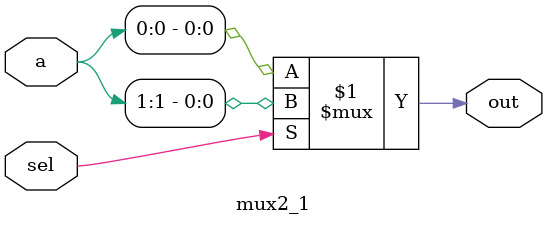
<source format=v>
module mux2_1(
    input [1:0] a,
    input sel,
    output out
);

    assign out = (sel)?a[1]:a[0];

endmodule
</source>
